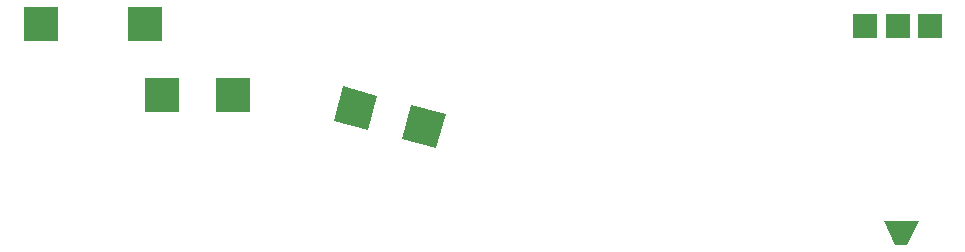
<source format=gbr>
%FSLAX46Y46*%
G04 Gerber Fmt 4.6, Leading zero omitted, Abs format (unit mm)*
G04 Created by KiCad (PCBNEW (2014-jul-16 BZR unknown)-product) date Thu 04 Sep 2014 10:50:04 PM CEST*
%MOMM*%
G01*
G04 APERTURE LIST*
%ADD10C,0.150000*%
%ADD11R,3.000000X3.000000*%
%ADD12R,2.000000X2.000000*%
G04 APERTURE END LIST*
D10*
D11*
X112840000Y-108580000D03*
X118840000Y-108580000D03*
X111390000Y-102580000D03*
X102590000Y-102580000D03*
D10*
G36*
X173950000Y-119310000D02*
X176950000Y-119310000D01*
X175950000Y-121310000D01*
X174950000Y-121310000D01*
X173950000Y-119310000D01*
X173950000Y-119310000D01*
G37*
G36*
X136864894Y-110205797D02*
X136088437Y-113103574D01*
X133190660Y-112327117D01*
X133967117Y-109429340D01*
X136864894Y-110205797D01*
X136864894Y-110205797D01*
G37*
G36*
X131069340Y-108652883D02*
X130292883Y-111550660D01*
X127395106Y-110774203D01*
X128171563Y-107876426D01*
X131069340Y-108652883D01*
X131069340Y-108652883D01*
G37*
D12*
X172410000Y-102770000D03*
X172410000Y-102770000D03*
X175190000Y-102790000D03*
X175190000Y-102790000D03*
X177910000Y-102790000D03*
X177910000Y-102790000D03*
M02*

</source>
